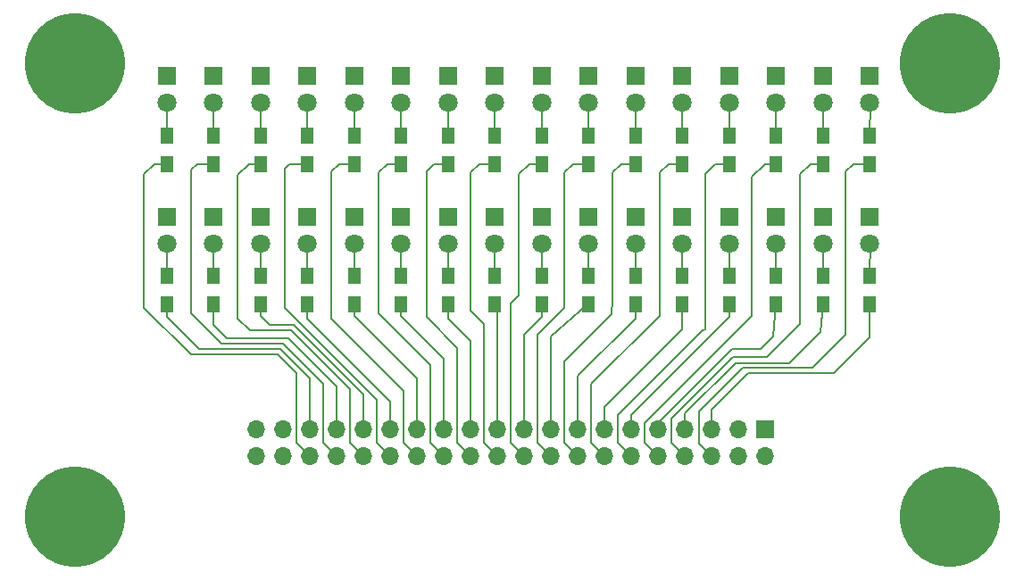
<source format=gbr>
G04 #@! TF.FileFunction,Copper,L1,Top,Signal*
%FSLAX46Y46*%
G04 Gerber Fmt 4.6, Leading zero omitted, Abs format (unit mm)*
G04 Created by KiCad (PCBNEW (after 2015-mar-04 BZR unknown)-product) date 6/9/2017 3:43:27 PM*
%MOMM*%
G01*
G04 APERTURE LIST*
%ADD10C,0.150000*%
%ADD11R,1.800000X1.800000*%
%ADD12C,1.800000*%
%ADD13R,1.300000X1.500000*%
%ADD14R,1.700000X1.700000*%
%ADD15O,1.700000X1.700000*%
%ADD16C,9.525000*%
%ADD17C,0.203200*%
G04 APERTURE END LIST*
D10*
D11*
X107315000Y-43180000D03*
D12*
X107315000Y-45720000D03*
D11*
X107315000Y-56515000D03*
D12*
X107315000Y-59055000D03*
D11*
X111760000Y-43180000D03*
D12*
X111760000Y-45720000D03*
D11*
X111760000Y-56515000D03*
D12*
X111760000Y-59055000D03*
D11*
X116205000Y-43180000D03*
D12*
X116205000Y-45720000D03*
D11*
X116205000Y-56515000D03*
D12*
X116205000Y-59055000D03*
D11*
X120650000Y-43180000D03*
D12*
X120650000Y-45720000D03*
D11*
X120650000Y-56515000D03*
D12*
X120650000Y-59055000D03*
D11*
X125095000Y-43180000D03*
D12*
X125095000Y-45720000D03*
D11*
X125095000Y-56515000D03*
D12*
X125095000Y-59055000D03*
D11*
X129540000Y-43180000D03*
D12*
X129540000Y-45720000D03*
D11*
X129540000Y-56515000D03*
D12*
X129540000Y-59055000D03*
D11*
X133985000Y-43180000D03*
D12*
X133985000Y-45720000D03*
D11*
X133985000Y-56515000D03*
D12*
X133985000Y-59055000D03*
D11*
X138430000Y-43180000D03*
D12*
X138430000Y-45720000D03*
D11*
X138430000Y-56515000D03*
D12*
X138430000Y-59055000D03*
D13*
X71755000Y-48815000D03*
X71755000Y-51515000D03*
X71755000Y-62150000D03*
X71755000Y-64850000D03*
X76200000Y-48815000D03*
X76200000Y-51515000D03*
X76200000Y-62150000D03*
X76200000Y-64850000D03*
X80645000Y-48815000D03*
X80645000Y-51515000D03*
X80645000Y-62150000D03*
X80645000Y-64850000D03*
X85090000Y-48815000D03*
X85090000Y-51515000D03*
X85090000Y-62150000D03*
X85090000Y-64850000D03*
X89535000Y-48815000D03*
X89535000Y-51515000D03*
X89535000Y-62150000D03*
X89535000Y-64850000D03*
X93980000Y-48815000D03*
X93980000Y-51515000D03*
X93980000Y-62150000D03*
X93980000Y-64850000D03*
X98425000Y-48815000D03*
X98425000Y-51515000D03*
X98425000Y-62150000D03*
X98425000Y-64850000D03*
X102870000Y-48815000D03*
X102870000Y-51515000D03*
X102870000Y-62150000D03*
X102870000Y-64850000D03*
X107315000Y-48815000D03*
X107315000Y-51515000D03*
X107315000Y-62150000D03*
X107315000Y-64850000D03*
X111760000Y-48815000D03*
X111760000Y-51515000D03*
X111760000Y-62150000D03*
X111760000Y-64850000D03*
X116205000Y-48815000D03*
X116205000Y-51515000D03*
X116205000Y-62150000D03*
X116205000Y-64850000D03*
X120650000Y-48815000D03*
X120650000Y-51515000D03*
X120650000Y-62150000D03*
X120650000Y-64850000D03*
X125095000Y-48815000D03*
X125095000Y-51515000D03*
X125095000Y-62150000D03*
X125095000Y-64850000D03*
X129540000Y-48815000D03*
X129540000Y-51515000D03*
X129540000Y-62150000D03*
X129540000Y-64850000D03*
X133985000Y-48815000D03*
X133985000Y-51515000D03*
X133985000Y-62150000D03*
X133985000Y-64850000D03*
X138430000Y-48815000D03*
X138430000Y-51515000D03*
X138430000Y-62150000D03*
X138430000Y-64850000D03*
D11*
X71755000Y-43180000D03*
D12*
X71755000Y-45720000D03*
D11*
X71755000Y-56515000D03*
D12*
X71755000Y-59055000D03*
D11*
X76200000Y-43180000D03*
D12*
X76200000Y-45720000D03*
D11*
X76200000Y-56515000D03*
D12*
X76200000Y-59055000D03*
D11*
X80645000Y-43180000D03*
D12*
X80645000Y-45720000D03*
D11*
X80645000Y-56515000D03*
D12*
X80645000Y-59055000D03*
D11*
X85090000Y-43180000D03*
D12*
X85090000Y-45720000D03*
D11*
X85090000Y-56515000D03*
D12*
X85090000Y-59055000D03*
D11*
X89535000Y-43180000D03*
D12*
X89535000Y-45720000D03*
D11*
X89535000Y-56515000D03*
D12*
X89535000Y-59055000D03*
D11*
X93980000Y-43180000D03*
D12*
X93980000Y-45720000D03*
D11*
X93980000Y-56515000D03*
D12*
X93980000Y-59055000D03*
D11*
X98425000Y-43180000D03*
D12*
X98425000Y-45720000D03*
D11*
X98425000Y-56515000D03*
D12*
X98425000Y-59055000D03*
D11*
X102870000Y-43180000D03*
D12*
X102870000Y-45720000D03*
D11*
X102870000Y-56515000D03*
D12*
X102870000Y-59055000D03*
D14*
X128524000Y-76708000D03*
D15*
X128524000Y-79248000D03*
X125984000Y-76708000D03*
X125984000Y-79248000D03*
X123444000Y-76708000D03*
X123444000Y-79248000D03*
X120904000Y-76708000D03*
X120904000Y-79248000D03*
X118364000Y-76708000D03*
X118364000Y-79248000D03*
X115824000Y-76708000D03*
X115824000Y-79248000D03*
X113284000Y-76708000D03*
X113284000Y-79248000D03*
X110744000Y-76708000D03*
X110744000Y-79248000D03*
X108204000Y-76708000D03*
X108204000Y-79248000D03*
X105664000Y-76708000D03*
X105664000Y-79248000D03*
X103124000Y-76708000D03*
X103124000Y-79248000D03*
X100584000Y-76708000D03*
X100584000Y-79248000D03*
X98044000Y-76708000D03*
X98044000Y-79248000D03*
X95504000Y-76708000D03*
X95504000Y-79248000D03*
X92964000Y-76708000D03*
X92964000Y-79248000D03*
X90424000Y-76708000D03*
X90424000Y-79248000D03*
X87884000Y-76708000D03*
X87884000Y-79248000D03*
X85344000Y-76708000D03*
X85344000Y-79248000D03*
X82804000Y-76708000D03*
X82804000Y-79248000D03*
X80264000Y-76708000D03*
X80264000Y-79248000D03*
D16*
X63000000Y-42000000D03*
X146000000Y-42000000D03*
X63000000Y-85000000D03*
X146000000Y-85000000D03*
D17*
X133985000Y-59055000D02*
X133985000Y-62150000D01*
X129540000Y-59055000D02*
X129540000Y-62150000D01*
X125095000Y-59055000D02*
X125095000Y-62150000D01*
X120650000Y-59055000D02*
X120650000Y-62150000D01*
X116205000Y-59055000D02*
X116205000Y-62150000D01*
X111760000Y-59055000D02*
X111760000Y-62150000D01*
X107315000Y-59055000D02*
X107315000Y-62150000D01*
X107315000Y-62150000D02*
X106815000Y-61650000D01*
X106815000Y-61650000D02*
X106815000Y-61500000D01*
X106815000Y-61500000D02*
X107315000Y-62150000D01*
X102870000Y-59055000D02*
X102870000Y-62150000D01*
X98425000Y-59055000D02*
X98425000Y-62150000D01*
X93980000Y-59055000D02*
X93980000Y-62150000D01*
X89535000Y-59055000D02*
X89535000Y-62150000D01*
X85090000Y-59055000D02*
X85090000Y-62150000D01*
X80645000Y-59055000D02*
X80645000Y-62150000D01*
X76200000Y-59055000D02*
X76200000Y-62150000D01*
X71755000Y-59055000D02*
X71755000Y-62150000D01*
X138504000Y-45842000D02*
X138430000Y-48815000D01*
X133985000Y-45720000D02*
X133985000Y-48815000D01*
X129540000Y-45720000D02*
X129540000Y-48815000D01*
X125095000Y-45720000D02*
X125095000Y-48815000D01*
X116205000Y-45720000D02*
X116205000Y-48815000D01*
X111760000Y-45720000D02*
X111760000Y-48815000D01*
X107315000Y-45720000D02*
X107315000Y-48815000D01*
X102870000Y-45720000D02*
X102870000Y-48815000D01*
X98425000Y-45720000D02*
X98425000Y-48815000D01*
X93980000Y-45720000D02*
X93980000Y-48815000D01*
X89535000Y-45720000D02*
X89535000Y-48815000D01*
X85090000Y-45720000D02*
X85090000Y-48815000D01*
X80645000Y-45720000D02*
X80645000Y-48815000D01*
X76200000Y-45720000D02*
X76200000Y-48815000D01*
X71755000Y-45720000D02*
X71755000Y-48815000D01*
X123444000Y-76708000D02*
X123444000Y-74803000D01*
X138430000Y-67945000D02*
X138430000Y-64850000D01*
X135001000Y-71374000D02*
X138430000Y-67945000D01*
X126873000Y-71374000D02*
X135001000Y-71374000D01*
X123444000Y-74803000D02*
X126873000Y-71374000D01*
X123444000Y-76708000D02*
X123444000Y-76200000D01*
X123444000Y-76708000D02*
X123420000Y-76224000D01*
X123444000Y-76708000D02*
X123444000Y-76392000D01*
X122233765Y-77470000D02*
X122233765Y-74997235D01*
X126365000Y-70866000D02*
X132969000Y-70866000D01*
X122233765Y-74997235D02*
X126365000Y-70866000D01*
X136826000Y-51515000D02*
X138430000Y-51515000D01*
X136144000Y-52197000D02*
X136826000Y-51515000D01*
X136144000Y-67691000D02*
X136144000Y-52197000D01*
X132969000Y-70866000D02*
X136144000Y-67691000D01*
X122233765Y-77470000D02*
X122233765Y-78037765D01*
X122233765Y-78037765D02*
X123444000Y-79248000D01*
X138430000Y-51515000D02*
X137828000Y-51529000D01*
X123444000Y-79248000D02*
X123444000Y-79138000D01*
X120904000Y-76708000D02*
X120904000Y-75184000D01*
X120904000Y-75184000D02*
X125679202Y-70408798D01*
X133985000Y-64850000D02*
X133750000Y-67418000D01*
X130759202Y-70408798D02*
X125679202Y-70408798D01*
X133750000Y-67418000D02*
X130759202Y-70408798D01*
X120904000Y-76708000D02*
X120904000Y-76138000D01*
X119634000Y-77978000D02*
X119634000Y-75692000D01*
X119634000Y-75692000D02*
X125476000Y-69850000D01*
X127000000Y-69850000D02*
X128651000Y-69850000D01*
X127000000Y-69850000D02*
X125476000Y-69850000D01*
X128651000Y-69850000D02*
X131826000Y-66675000D01*
X131826000Y-66675000D02*
X131826000Y-52451000D01*
X131826000Y-52451000D02*
X132762000Y-51515000D01*
X132762000Y-51515000D02*
X133985000Y-51515000D01*
X119634000Y-77978000D02*
X120904000Y-79248000D01*
X133985000Y-51515000D02*
X133985000Y-51783000D01*
X120904000Y-79248000D02*
X120904000Y-79138000D01*
X118364000Y-76708000D02*
X118364000Y-76073000D01*
X118364000Y-76073000D02*
X125349000Y-69088000D01*
X129540000Y-64850000D02*
X129250000Y-67904798D01*
X128066798Y-69088000D02*
X125349000Y-69088000D01*
X129250000Y-67904798D02*
X128066798Y-69088000D01*
X129540000Y-64850000D02*
X129540000Y-65004000D01*
X118364000Y-76708000D02*
X118364000Y-76392000D01*
X117094000Y-77978000D02*
X117094000Y-76073000D01*
X127254000Y-65913000D02*
X127254000Y-64643000D01*
X117094000Y-76073000D02*
X127254000Y-65913000D01*
X128444000Y-51515000D02*
X129540000Y-51515000D01*
X127254000Y-52705000D02*
X128444000Y-51515000D01*
X127254000Y-64643000D02*
X127254000Y-52705000D01*
X117094000Y-77978000D02*
X118364000Y-79248000D01*
X118364000Y-79248000D02*
X118220000Y-79248000D01*
X115824000Y-76708000D02*
X115824000Y-75311000D01*
X125095000Y-66040000D02*
X125095000Y-64850000D01*
X115824000Y-75311000D02*
X125095000Y-66040000D01*
X125415000Y-64866000D02*
X125095000Y-64850000D01*
X115824000Y-76708000D02*
X115824000Y-76646000D01*
X114554000Y-77978000D02*
X114554000Y-75311000D01*
X122682000Y-67183000D02*
X122682000Y-67310000D01*
X114554000Y-75311000D02*
X122682000Y-67183000D01*
X123745000Y-51515000D02*
X125095000Y-51515000D01*
X122809000Y-52451000D02*
X123745000Y-51515000D01*
X122809000Y-67183000D02*
X122809000Y-52451000D01*
X122682000Y-67310000D02*
X122809000Y-67183000D01*
X114554000Y-77978000D02*
X115824000Y-79248000D01*
X115824000Y-79248000D02*
X115570000Y-79248000D01*
X115824000Y-79248000D02*
X115824000Y-79138000D01*
X113284000Y-76708000D02*
X113284000Y-74549000D01*
X113284000Y-74549000D02*
X120650000Y-67183000D01*
X120650000Y-67183000D02*
X120650000Y-64850000D01*
X112014000Y-77851000D02*
X112014000Y-72390000D01*
X112014000Y-72390000D02*
X118491000Y-65913000D01*
X119300000Y-51515000D02*
X120650000Y-51515000D01*
X118491000Y-65913000D02*
X118491000Y-52324000D01*
X118491000Y-52324000D02*
X119300000Y-51515000D01*
X112014000Y-77851000D02*
X112014000Y-77978000D01*
X112014000Y-77978000D02*
X113284000Y-79248000D01*
X113284000Y-79248000D02*
X113284000Y-78994000D01*
X113284000Y-79248000D02*
X113284000Y-79138000D01*
X120702000Y-51531000D02*
X120650000Y-51515000D01*
X110744000Y-76708000D02*
X110744000Y-71628000D01*
X110744000Y-71628000D02*
X116205000Y-66167000D01*
X116205000Y-66167000D02*
X116205000Y-64850000D01*
X116205000Y-66167000D02*
X116205000Y-64850000D01*
X116127000Y-64866000D02*
X116205000Y-64850000D01*
X109474000Y-77978000D02*
X109474000Y-70231000D01*
X113919000Y-65786000D02*
X113919000Y-65151000D01*
X109474000Y-70231000D02*
X113919000Y-65786000D01*
X114855000Y-51515000D02*
X116205000Y-51515000D01*
X114046000Y-52324000D02*
X114855000Y-51515000D01*
X114046000Y-65024000D02*
X114046000Y-52324000D01*
X113919000Y-65151000D02*
X114046000Y-65024000D01*
X109474000Y-77978000D02*
X110744000Y-79248000D01*
X110744000Y-79248000D02*
X110744000Y-78740000D01*
X110744000Y-79248000D02*
X110744000Y-79138000D01*
X108204000Y-76708000D02*
X108180000Y-67842000D01*
X111610000Y-64866000D02*
X111760000Y-64850000D01*
X108180000Y-67842000D02*
X111610000Y-64866000D01*
X106934000Y-69469000D02*
X106934000Y-67691000D01*
X110283000Y-51515000D02*
X111760000Y-51515000D01*
X109474000Y-52324000D02*
X110283000Y-51515000D01*
X109474000Y-65151000D02*
X109474000Y-52324000D01*
X106934000Y-67691000D02*
X109474000Y-65151000D01*
X106934000Y-71882000D02*
X106934000Y-77978000D01*
X106934000Y-77978000D02*
X108204000Y-79248000D01*
X106934000Y-71882000D02*
X106934000Y-69469000D01*
X108204000Y-79248000D02*
X107950000Y-79248000D01*
X108204000Y-79248000D02*
X108060000Y-79248000D01*
X111406000Y-51531000D02*
X111760000Y-51515000D01*
X105664000Y-76708000D02*
X105664000Y-67691000D01*
X107315000Y-66040000D02*
X107315000Y-64850000D01*
X105664000Y-67691000D02*
X107315000Y-66040000D01*
X104394000Y-73533000D02*
X104394000Y-64770000D01*
X106092000Y-51515000D02*
X107315000Y-51515000D01*
X105156000Y-52451000D02*
X106092000Y-51515000D01*
X105156000Y-64008000D02*
X105156000Y-52451000D01*
X104394000Y-64770000D02*
X105156000Y-64008000D01*
X104394000Y-73660000D02*
X104394000Y-77978000D01*
X104394000Y-77978000D02*
X105664000Y-79248000D01*
X104394000Y-73660000D02*
X104394000Y-73533000D01*
X105664000Y-79248000D02*
X105520000Y-79248000D01*
X103124000Y-76708000D02*
X103124000Y-65104000D01*
X103124000Y-65104000D02*
X102870000Y-64850000D01*
X101854000Y-75819000D02*
X101854000Y-66675000D01*
X101393000Y-51515000D02*
X102870000Y-51515000D01*
X100584000Y-52324000D02*
X101393000Y-51515000D01*
X100584000Y-65405000D02*
X100584000Y-52324000D01*
X101854000Y-66675000D02*
X100584000Y-65405000D01*
X101854000Y-75819000D02*
X101854000Y-77978000D01*
X101854000Y-77978000D02*
X103124000Y-79248000D01*
X102870000Y-51515000D02*
X102380000Y-51515000D01*
X103124000Y-79248000D02*
X103124000Y-79138000D01*
X100584000Y-76708000D02*
X100584000Y-68326000D01*
X98425000Y-66167000D02*
X98425000Y-64850000D01*
X100584000Y-68326000D02*
X98425000Y-66167000D01*
X98704000Y-64922000D02*
X98425000Y-64850000D01*
X99314000Y-77978000D02*
X99314000Y-68961000D01*
X96393000Y-66040000D02*
X96393000Y-65278000D01*
X99314000Y-68961000D02*
X96393000Y-66040000D01*
X97075000Y-51515000D02*
X98425000Y-51515000D01*
X96393000Y-65278000D02*
X96393000Y-52197000D01*
X96393000Y-52197000D02*
X97075000Y-51515000D01*
X99314000Y-77978000D02*
X100584000Y-79248000D01*
X100584000Y-79248000D02*
X100584000Y-79138000D01*
X98044000Y-76708000D02*
X98044000Y-69977000D01*
X93980000Y-65913000D02*
X93980000Y-64850000D01*
X98044000Y-69977000D02*
X93980000Y-65913000D01*
X94132000Y-64922000D02*
X93980000Y-64850000D01*
X98044000Y-76708000D02*
X98044000Y-76090000D01*
X96774000Y-77978000D02*
X96774000Y-70612000D01*
X91821000Y-65659000D02*
X91821000Y-64008000D01*
X96774000Y-70612000D02*
X91821000Y-65659000D01*
X92630000Y-51515000D02*
X93980000Y-51515000D01*
X91821000Y-52324000D02*
X92630000Y-51515000D01*
X91821000Y-64008000D02*
X91821000Y-52324000D01*
X96774000Y-77978000D02*
X98044000Y-79248000D01*
X98044000Y-79248000D02*
X98044000Y-79138000D01*
X95504000Y-76708000D02*
X95504000Y-71882000D01*
X95504000Y-71882000D02*
X89535000Y-65913000D01*
X89535000Y-65913000D02*
X89535000Y-64850000D01*
X90083000Y-64866000D02*
X89535000Y-64850000D01*
X95504000Y-76708000D02*
X95504000Y-76344000D01*
X94234000Y-77978000D02*
X94234000Y-73040000D01*
X94234000Y-73040000D02*
X87376000Y-66182000D01*
X88058000Y-51515000D02*
X89535000Y-51515000D01*
X87376000Y-52197000D02*
X88058000Y-51515000D01*
X87376000Y-66182000D02*
X87376000Y-52197000D01*
X94234000Y-77978000D02*
X95504000Y-79248000D01*
X95504000Y-79248000D02*
X95504000Y-79138000D01*
X92964000Y-76708000D02*
X92964000Y-74041000D01*
X92964000Y-74041000D02*
X85090000Y-66167000D01*
X85090000Y-66167000D02*
X85090000Y-64850000D01*
X85090000Y-66167000D02*
X85090000Y-64850000D01*
X85062000Y-64866000D02*
X85090000Y-64850000D01*
X92964000Y-76708000D02*
X92964000Y-76598000D01*
X91694000Y-77978000D02*
X91694000Y-73914000D01*
X91694000Y-73914000D02*
X82931000Y-65151000D01*
X83359000Y-51515000D02*
X85090000Y-51515000D01*
X82931000Y-51943000D02*
X83359000Y-51515000D01*
X82931000Y-65151000D02*
X82931000Y-51943000D01*
X91694000Y-77978000D02*
X92964000Y-79248000D01*
X85090000Y-51515000D02*
X84490000Y-51515000D01*
X92964000Y-79248000D02*
X92964000Y-79138000D01*
X90424000Y-76708000D02*
X90424000Y-73406000D01*
X90424000Y-73406000D02*
X83820000Y-66802000D01*
X83820000Y-66802000D02*
X81534000Y-66802000D01*
X81534000Y-66802000D02*
X80645000Y-65913000D01*
X80645000Y-65913000D02*
X80645000Y-64850000D01*
X90424000Y-76708000D02*
X90424000Y-76598000D01*
X89154000Y-77978000D02*
X89154000Y-72898000D01*
X89154000Y-72898000D02*
X83566000Y-67310000D01*
X83566000Y-67310000D02*
X79629000Y-67310000D01*
X79629000Y-67310000D02*
X78486000Y-66167000D01*
X78486000Y-66167000D02*
X78486000Y-52578000D01*
X78486000Y-52578000D02*
X79549000Y-51515000D01*
X79549000Y-51515000D02*
X80645000Y-51515000D01*
X89154000Y-77978000D02*
X90424000Y-79248000D01*
X90424000Y-79248000D02*
X90424000Y-79138000D01*
X87884000Y-76708000D02*
X87884000Y-72644000D01*
X87884000Y-72644000D02*
X83312000Y-68072000D01*
X79121000Y-68072000D02*
X77470000Y-68072000D01*
X79121000Y-68072000D02*
X83312000Y-68072000D01*
X77470000Y-68072000D02*
X76200000Y-66802000D01*
X76200000Y-66802000D02*
X76200000Y-64850000D01*
X87884000Y-76708000D02*
X87884000Y-76344000D01*
X86614000Y-77851000D02*
X86614000Y-72390000D01*
X86614000Y-72390000D02*
X82804000Y-68580000D01*
X74041000Y-54610000D02*
X74041000Y-52070000D01*
X74596000Y-51515000D02*
X76200000Y-51515000D01*
X74041000Y-52070000D02*
X74596000Y-51515000D01*
X78867000Y-68580000D02*
X76962000Y-68580000D01*
X74041000Y-65659000D02*
X74041000Y-54610000D01*
X76962000Y-68580000D02*
X74041000Y-65659000D01*
X86614000Y-77851000D02*
X86614000Y-77978000D01*
X86614000Y-77978000D02*
X87884000Y-79248000D01*
X87884000Y-79248000D02*
X87884000Y-78994000D01*
X82804000Y-68580000D02*
X78867000Y-68580000D01*
X87884000Y-79248000D02*
X87740000Y-79248000D01*
X76454000Y-69088000D02*
X74803000Y-69088000D01*
X71755000Y-66040000D02*
X71755000Y-64850000D01*
X74803000Y-69088000D02*
X71755000Y-66040000D01*
X82550000Y-69088000D02*
X76454000Y-69088000D01*
X85344000Y-76708000D02*
X85320000Y-71858000D01*
X85320000Y-71858000D02*
X82550000Y-69088000D01*
X85344000Y-76708000D02*
X85344000Y-76344000D01*
X76581000Y-69596000D02*
X74041000Y-69596000D01*
X70532000Y-51515000D02*
X71755000Y-51515000D01*
X69596000Y-52451000D02*
X70532000Y-51515000D01*
X69596000Y-65151000D02*
X69596000Y-52451000D01*
X74041000Y-69596000D02*
X69596000Y-65151000D01*
X84074000Y-71374000D02*
X84074000Y-77978000D01*
X84074000Y-77978000D02*
X85344000Y-79248000D01*
X71755000Y-51515000D02*
X71155000Y-51515000D01*
X84074000Y-71374000D02*
X82296000Y-69596000D01*
X82296000Y-69596000D02*
X76581000Y-69596000D01*
X85344000Y-79248000D02*
X85344000Y-79138000D01*
X138504000Y-58965000D02*
X138430000Y-62150000D01*
X120650000Y-45720000D02*
X120650000Y-48815000D01*
M02*

</source>
